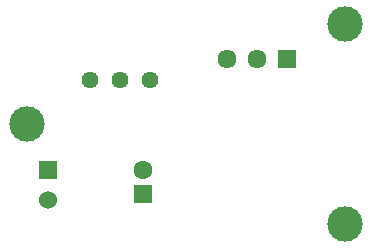
<source format=gbr>
%TF.GenerationSoftware,KiCad,Pcbnew,8.0.2*%
%TF.CreationDate,2024-09-03T17:10:45+02:00*%
%TF.ProjectId,IMD SCS Maker,494d4420-5343-4532-904d-616b65722e6b,rev?*%
%TF.SameCoordinates,Original*%
%TF.FileFunction,Soldermask,Bot*%
%TF.FilePolarity,Negative*%
%FSLAX46Y46*%
G04 Gerber Fmt 4.6, Leading zero omitted, Abs format (unit mm)*
G04 Created by KiCad (PCBNEW 8.0.2) date 2024-09-03 17:10:45*
%MOMM*%
%LPD*%
G01*
G04 APERTURE LIST*
%ADD10C,1.440000*%
%ADD11C,3.000000*%
%ADD12R,1.610000X1.610000*%
%ADD13C,1.610000*%
%ADD14R,1.530000X1.530000*%
%ADD15C,1.530000*%
%ADD16R,1.600000X1.600000*%
%ADD17C,1.600000*%
G04 APERTURE END LIST*
D10*
%TO.C,U1*%
X70866000Y-46736000D03*
X73406000Y-46736000D03*
X75946000Y-46736000D03*
%TD*%
D11*
%TO.C,*%
X92500000Y-42000000D03*
%TD*%
D12*
%TO.C,J3*%
X87540000Y-45000000D03*
D13*
X85000000Y-45000000D03*
X82460000Y-45000000D03*
%TD*%
D14*
%TO.C,J1*%
X67316500Y-54400000D03*
D15*
X67316500Y-56940000D03*
%TD*%
D11*
%TO.C,*%
X92500000Y-59000000D03*
%TD*%
D16*
%TO.C,C1*%
X75376500Y-56427112D03*
D17*
X75376500Y-54427112D03*
%TD*%
D11*
%TO.C,*%
X65500000Y-50500000D03*
%TD*%
M02*

</source>
